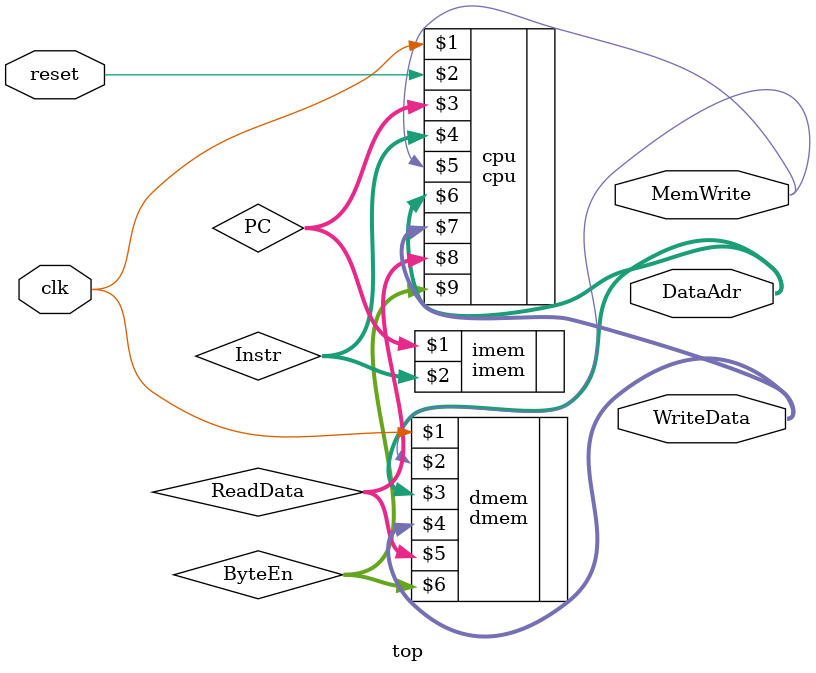
<source format=sv>
module top(
			input  logic 	    clk, reset,
			output logic [31:0] DataAdr,
			output logic [31:0] WriteData,
			output logic 	    MemWrite
		  );

   logic [31:0] PC, Instr, ReadData;
	logic [3:0]  ByteEn;

    // instantiate processor and memories
    cpu  cpu(clk, reset, PC, Instr, MemWrite, DataAdr, WriteData, ReadData, ByteEn);
    imem imem(PC, Instr);
    dmem dmem(clk, MemWrite, DataAdr, WriteData, ReadData, ByteEn);
	 
  
endmodule
</source>
